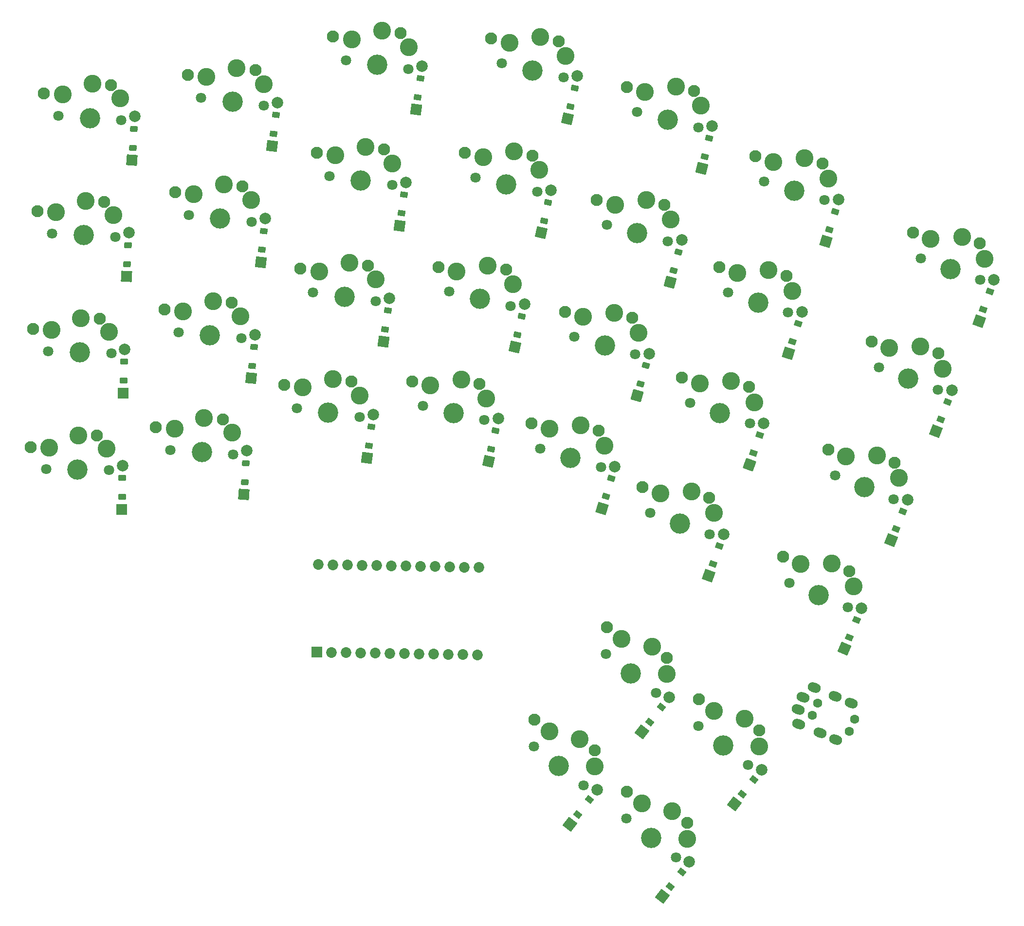
<source format=gts>
%TF.GenerationSoftware,KiCad,Pcbnew,7.0.7+dfsg-1*%
%TF.CreationDate,2024-02-08T22:24:17-07:00*%
%TF.ProjectId,Keyboard,4b657962-6f61-4726-942e-6b696361645f,v1.0.0*%
%TF.SameCoordinates,Original*%
%TF.FileFunction,Soldermask,Top*%
%TF.FilePolarity,Negative*%
%FSLAX46Y46*%
G04 Gerber Fmt 4.6, Leading zero omitted, Abs format (unit mm)*
G04 Created by KiCad (PCBNEW 7.0.7+dfsg-1) date 2024-02-08 22:24:17*
%MOMM*%
%LPD*%
G01*
G04 APERTURE LIST*
G04 Aperture macros list*
%AMRoundRect*
0 Rectangle with rounded corners*
0 $1 Rounding radius*
0 $2 $3 $4 $5 $6 $7 $8 $9 X,Y pos of 4 corners*
0 Add a 4 corners polygon primitive as box body*
4,1,4,$2,$3,$4,$5,$6,$7,$8,$9,$2,$3,0*
0 Add four circle primitives for the rounded corners*
1,1,$1+$1,$2,$3*
1,1,$1+$1,$4,$5*
1,1,$1+$1,$6,$7*
1,1,$1+$1,$8,$9*
0 Add four rect primitives between the rounded corners*
20,1,$1+$1,$2,$3,$4,$5,0*
20,1,$1+$1,$4,$5,$6,$7,0*
20,1,$1+$1,$6,$7,$8,$9,0*
20,1,$1+$1,$8,$9,$2,$3,0*%
%AMHorizOval*
0 Thick line with rounded ends*
0 $1 width*
0 $2 $3 position (X,Y) of the first rounded end (center of the circle)*
0 $4 $5 position (X,Y) of the second rounded end (center of the circle)*
0 Add line between two ends*
20,1,$1,$2,$3,$4,$5,0*
0 Add two circle primitives to create the rounded ends*
1,1,$1,$2,$3*
1,1,$1,$4,$5*%
G04 Aperture macros list end*
%ADD10RoundRect,0.050000X0.575627X-0.480785X0.622729X0.417982X-0.575627X0.480785X-0.622729X-0.417982X0*%
%ADD11RoundRect,0.050000X0.841255X-0.934308X0.934308X0.841255X-0.841255X0.934308X-0.934308X-0.841255X0*%
%ADD12C,2.005000*%
%ADD13C,1.600000*%
%ADD14HorizOval,1.700000X-0.276151X0.117219X0.276151X-0.117219X0*%
%ADD15RoundRect,0.050000X0.567148X-0.490758X0.629929X0.407050X-0.567148X0.490758X-0.629929X-0.407050X0*%
%ADD16RoundRect,0.050000X0.824821X-0.948848X0.948848X0.824821X-0.824821X0.948848X-0.948848X-0.824821X0*%
%ADD17C,3.529000*%
%ADD18C,1.801800*%
%ADD19C,3.100000*%
%ADD20C,2.100000*%
%ADD21RoundRect,0.050000X0.592055X-0.460403X0.607762X0.439460X-0.592055X0.460403X-0.607762X-0.439460X0*%
%ADD22RoundRect,0.050000X0.873349X-0.904380X0.904380X0.873349X-0.873349X0.904380X-0.904380X-0.873349X0*%
%ADD23RoundRect,0.050000X0.583930X-0.470666X0.615339X0.428786X-0.583930X0.470666X-0.615339X-0.428786X0*%
%ADD24RoundRect,0.050000X0.857433X-0.919484X0.919484X0.857433X-0.857433X0.919484X-0.919484X-0.857433X0*%
%ADD25RoundRect,0.050000X0.558497X-0.500581X0.636937X0.395994X-0.558497X0.500581X-0.636937X-0.395994X0*%
%ADD26RoundRect,0.050000X0.808136X-0.963099X0.963099X0.808136X-0.808136X0.963099X-0.963099X-0.808136X0*%
%ADD27RoundRect,0.050000X0.549675X-0.510252X0.643751X0.384818X-0.549675X0.510252X-0.643751X-0.384818X0*%
%ADD28RoundRect,0.050000X0.791204X-0.977056X0.977056X0.791204X-0.791204X0.977056X-0.977056X-0.791204X0*%
%ADD29RoundRect,0.050000X0.540686X-0.519767X0.650369X0.373524X-0.540686X0.519767X-0.650369X-0.373524X0*%
%ADD30RoundRect,0.050000X0.774032X-0.990715X0.990715X0.774032X-0.774032X0.990715X-0.990715X-0.774032X0*%
%ADD31RoundRect,0.050000X0.531533X-0.529124X0.656789X0.362117X-0.531533X0.529124X-0.656789X-0.362117X0*%
%ADD32RoundRect,0.050000X0.756623X-1.004073X1.004073X0.756623X-0.756623X1.004073X-1.004073X-0.756623X0*%
%ADD33RoundRect,0.050000X0.483394X-0.573437X0.685850X0.303496X-0.483394X0.573437X-0.685850X-0.303496X0*%
%ADD34RoundRect,0.050000X0.666234X-1.066196X1.066196X0.666234X-0.666234X1.066196X-1.066196X-0.666234X0*%
%ADD35RoundRect,0.050000X0.442216X-0.605760X0.705350X0.254914X-0.442216X0.605760X-0.705350X-0.254914X0*%
%ADD36RoundRect,0.050000X0.590236X-1.110073X1.110073X0.590236X-0.590236X1.110073X-1.110073X-0.590236X0*%
%ADD37RoundRect,0.050000X0.452720X-0.597950X0.700794X0.267185X-0.452720X0.597950X-0.700794X-0.267185X0*%
%ADD38RoundRect,0.050000X0.609520X-1.099603X1.099603X0.609520X-0.609520X1.099603X-1.099603X-0.609520X0*%
%ADD39RoundRect,0.050000X0.463087X-0.589958X0.696024X0.279375X-0.463087X0.589958X-0.696024X-0.279375X0*%
%ADD40RoundRect,0.050000X0.628618X-1.088798X1.088798X0.628618X-0.628618X1.088798X-1.088798X-0.628618X0*%
%ADD41RoundRect,0.050000X0.473313X-0.581786X0.691042X0.291480X-0.473313X0.581786X-0.691042X-0.291480X0*%
%ADD42RoundRect,0.050000X0.647524X-1.077661X1.077661X0.647524X-0.647524X1.077661X-1.077661X-0.647524X0*%
%ADD43RoundRect,0.050000X0.409907X-0.628074X0.717725X0.217650X-0.409907X0.628074X-0.717725X-0.217650X0*%
%ADD44RoundRect,0.050000X0.531331X-1.139443X1.139443X0.531331X-0.531331X1.139443X-1.139443X-0.531331X0*%
%ADD45RoundRect,0.050000X0.420805X-0.620824X0.713817X0.230142X-0.420805X0.620824X-0.713817X-0.230142X0*%
%ADD46RoundRect,0.050000X0.551136X-1.129996X1.129996X0.551136X-0.551136X1.129996X-1.129996X-0.551136X0*%
%ADD47RoundRect,0.050000X0.431576X-0.613386X0.709692X0.242565X-0.431576X0.613386X-0.709692X-0.242565X0*%
%ADD48RoundRect,0.050000X0.570773X-1.120205X1.120205X0.570773X-0.570773X1.120205X-1.120205X-0.570773X0*%
%ADD49RoundRect,0.050000X0.376474X-0.648666X0.728132X0.179789X-0.376474X0.648666X-0.728132X-0.179789X0*%
%ADD50RoundRect,0.050000X0.470969X-1.165689X1.165689X0.470969X-0.470969X1.165689X-1.165689X-0.470969X0*%
%ADD51RoundRect,0.050000X0.387737X-0.641997X0.724883X0.192469X-0.387737X0.641997X-0.724883X-0.192469X0*%
%ADD52RoundRect,0.050000X0.491241X-1.157292X1.157292X0.491241X-0.491241X1.157292X-1.157292X-0.491241X0*%
%ADD53RoundRect,0.050000X0.398883X-0.635132X0.721414X0.205090X-0.398883X0.635132X-0.721414X-0.205090X0*%
%ADD54RoundRect,0.050000X0.511364X-1.148542X1.148542X0.511364X-0.511364X1.148542X-1.148542X-0.511364X0*%
%ADD55RoundRect,0.050000X0.195759X-0.724002X0.749854X-0.014792X-0.195759X0.724002X-0.749854X0.014792X0*%
%ADD56RoundRect,0.050000X0.153219X-1.247865X1.247865X0.153219X-0.153219X1.247865X-1.247865X-0.153219X0*%
%ADD57C,1.852600*%
%ADD58RoundRect,0.050000X-0.891460X-0.860873X0.860873X-0.891460X0.891460X0.860873X-0.860873X0.891460X0*%
G04 APERTURE END LIST*
D10*
%TO.C,D3*%
X138300361Y-84637698D03*
X138473069Y-81342220D03*
D11*
X138187315Y-86794738D03*
D12*
X138586115Y-79185180D03*
%TD*%
D13*
%TO.C,TRRS1*%
X258401050Y-161054305D03*
X264844584Y-163789423D03*
X257502368Y-163171466D03*
X263945902Y-165906584D03*
D14*
X255915687Y-159999331D03*
X255130879Y-164663458D03*
X258812898Y-166226382D03*
X261574413Y-167398576D03*
X255017005Y-162116492D03*
X257826924Y-158311974D03*
X261508943Y-159874899D03*
X264270458Y-161047092D03*
%TD*%
D15*
%TO.C,D4*%
X139278699Y-64396581D03*
X139508895Y-61104619D03*
D16*
X139128025Y-66551319D03*
D12*
X139659569Y-58949881D03*
%TD*%
D17*
%TO.C,S1*%
X129686434Y-120370316D03*
D18*
X135185596Y-120466304D03*
X124187272Y-120274328D03*
D19*
X134751119Y-116708149D03*
X129790276Y-114421222D03*
X124752642Y-116533625D03*
X129790276Y-114421222D03*
D20*
X133064777Y-114478379D03*
X121478141Y-116476468D03*
%TD*%
D17*
%TO.C,S2*%
X130042463Y-99973423D03*
D18*
X135539113Y-100165370D03*
X124545813Y-99781476D03*
D19*
X135170290Y-96400205D03*
X130250115Y-94027048D03*
X125176382Y-96051210D03*
X130250115Y-94027048D03*
D20*
X133523120Y-94141343D03*
X121903377Y-95936914D03*
%TD*%
D17*
%TO.C,S3*%
X130754413Y-79585850D03*
D18*
X136246875Y-79873698D03*
X125261951Y-79298002D03*
D19*
X135943821Y-76102669D03*
X131065812Y-73644004D03*
X125957525Y-75579309D03*
X131065812Y-73644004D03*
D20*
X134336324Y-73815405D03*
X122687013Y-75407909D03*
%TD*%
D17*
%TO.C,S4*%
X131822066Y-59213808D03*
D18*
X137308668Y-59597469D03*
X126335464Y-58830147D03*
D19*
X137071473Y-55821725D03*
X132237117Y-53278302D03*
X127095833Y-55124160D03*
X132237117Y-53278302D03*
D20*
X135504139Y-53506754D03*
X123828810Y-54895708D03*
%TD*%
D17*
%TO.C,S5*%
X151286434Y-117370316D03*
D18*
X156773036Y-117753977D03*
X145799832Y-116986655D03*
D19*
X156535841Y-113978233D03*
X151701485Y-111434810D03*
X146560201Y-113280668D03*
X151701485Y-111434810D03*
D20*
X154968507Y-111663262D03*
X143293178Y-113052216D03*
%TD*%
D17*
%TO.C,S6*%
X152709466Y-97020009D03*
D18*
X158188537Y-97499366D03*
X147230395Y-96540652D03*
D19*
X158017274Y-93720058D03*
X153228043Y-91092651D03*
X148055327Y-92848500D03*
X153228043Y-91092651D03*
D20*
X156490580Y-91378086D03*
X144792789Y-92563065D03*
%TD*%
D17*
%TO.C,S7*%
X154487443Y-76697638D03*
D18*
X159957313Y-77272545D03*
X149017573Y-76122731D03*
D19*
X159852034Y-73490823D03*
X155109387Y-70780233D03*
X149906815Y-72445539D03*
X155109387Y-70780233D03*
D20*
X158366447Y-71122563D03*
X146649756Y-72103208D03*
%TD*%
D17*
%TO.C,S8*%
X156619824Y-56409391D03*
D18*
X162078828Y-57079672D03*
X151160820Y-55739110D03*
D19*
X162039565Y-53296690D03*
X157344947Y-50503741D03*
X152114103Y-52077996D03*
X157344947Y-50503741D03*
D20*
X160595535Y-50902863D03*
X148863515Y-51678874D03*
%TD*%
D17*
%TO.C,S9*%
X173275520Y-110511736D03*
D18*
X178721994Y-111277188D03*
X167829046Y-109746284D03*
D19*
X178748759Y-107494096D03*
X174103600Y-104619641D03*
X168846079Y-106102365D03*
X174103600Y-104619641D03*
D20*
X177346728Y-105075433D03*
X165602951Y-105646573D03*
%TD*%
D17*
%TO.C,S10*%
X176114651Y-90310268D03*
D18*
X181561125Y-91075720D03*
X170668177Y-89544816D03*
D19*
X181587890Y-87292628D03*
X176942731Y-84418173D03*
X171685210Y-85900897D03*
X176942731Y-84418173D03*
D20*
X180185859Y-84873965D03*
X168442082Y-85445105D03*
%TD*%
%TO.C,S11*%
X171281213Y-65243636D03*
X183024990Y-64672496D03*
D19*
X179781862Y-64216704D03*
X174524341Y-65699428D03*
X179781862Y-64216704D03*
X184427021Y-67091159D03*
D18*
X173507308Y-69343347D03*
X184400256Y-70874251D03*
D17*
X178953782Y-70108799D03*
%TD*%
%TO.C,S12*%
X181792914Y-49907331D03*
D18*
X187239388Y-50672783D03*
X176346440Y-49141879D03*
D19*
X187266153Y-46889691D03*
X182620994Y-44015236D03*
X177363473Y-45497960D03*
X182620994Y-44015236D03*
D20*
X185864122Y-44471028D03*
X174120345Y-45042168D03*
%TD*%
D17*
%TO.C,S13*%
X195082829Y-110547071D03*
D18*
X200441864Y-111784302D03*
X189723794Y-109309840D03*
D19*
X200798246Y-108017939D03*
X196421288Y-104749569D03*
X191054545Y-105768428D03*
X196421288Y-104749569D03*
D20*
X199612350Y-105486284D03*
X187863483Y-105031713D03*
%TD*%
D17*
%TO.C,S14*%
X199671831Y-90669922D03*
D18*
X205030866Y-91907153D03*
X194312796Y-89432691D03*
D19*
X205387248Y-88140790D03*
X201010290Y-84872420D03*
X195643547Y-85891279D03*
X201010290Y-84872420D03*
D20*
X204201352Y-85609135D03*
X192452485Y-85154564D03*
%TD*%
D17*
%TO.C,S15*%
X204260832Y-70792772D03*
D18*
X209619867Y-72030003D03*
X198901797Y-69555541D03*
D19*
X209976249Y-68263640D03*
X205599291Y-64995270D03*
X200232548Y-66014129D03*
X205599291Y-64995270D03*
D20*
X208790353Y-65731985D03*
X197041486Y-65277414D03*
%TD*%
D17*
%TO.C,S16*%
X208849834Y-50915623D03*
D18*
X214208869Y-52152854D03*
X203490799Y-49678392D03*
D19*
X214565251Y-48386491D03*
X210188293Y-45118121D03*
X204821550Y-46136980D03*
X210188293Y-45118121D03*
D20*
X213379355Y-45854836D03*
X201630488Y-45400265D03*
%TD*%
D17*
%TO.C,S17*%
X215454369Y-118329124D03*
D18*
X220714045Y-119937168D03*
X210194693Y-116721080D03*
D19*
X221332287Y-116204840D03*
X217193981Y-112639111D03*
X211769239Y-113281123D03*
X217193981Y-112639111D03*
D20*
X220325879Y-113596628D03*
X208637341Y-112323605D03*
%TD*%
D17*
%TO.C,S18*%
X221418752Y-98820507D03*
D18*
X226705691Y-100336512D03*
X216131813Y-97304502D03*
D19*
X227258701Y-96593962D03*
X223058794Y-93101000D03*
X217646084Y-93837589D03*
X223058794Y-93101000D03*
D20*
X226206926Y-94003712D03*
X214497952Y-92934877D03*
%TD*%
D17*
%TO.C,S19*%
X227041754Y-79210769D03*
D18*
X232354346Y-80634274D03*
X221729162Y-77787264D03*
D19*
X232841955Y-76882642D03*
X228581727Y-73463510D03*
X223182696Y-74294452D03*
X228581727Y-73463510D03*
D20*
X231745134Y-74311143D03*
X220019289Y-73446820D03*
%TD*%
D17*
%TO.C,S20*%
X232321663Y-59505882D03*
D18*
X237658289Y-60836452D03*
X226985037Y-58175312D03*
D19*
X238080349Y-57076883D03*
X233761098Y-53732622D03*
X228377391Y-54657664D03*
X233761098Y-53732622D03*
D20*
X236938817Y-54524917D03*
X225199673Y-53865369D03*
%TD*%
D17*
%TO.C,S21*%
X234452105Y-129759174D03*
D18*
X239620414Y-131640285D03*
X229283796Y-127878063D03*
D19*
X240433144Y-127945427D03*
X236487125Y-124168003D03*
X231036217Y-124525226D03*
X236487125Y-124168003D03*
D20*
X239564618Y-125288119D03*
X227958724Y-123405110D03*
%TD*%
D17*
%TO.C,S22*%
X241429316Y-110589444D03*
D18*
X246629668Y-112380069D03*
X236228964Y-108798819D03*
D19*
X247377789Y-108671590D03*
X243366447Y-104963608D03*
X237922604Y-105415909D03*
X243366447Y-104963608D03*
D20*
X246463020Y-106029844D03*
X234826030Y-104349673D03*
%TD*%
D17*
%TO.C,S23*%
X248070907Y-91300865D03*
D18*
X253301718Y-93000458D03*
X242840096Y-89601272D03*
D19*
X253985003Y-89279488D03*
X249909558Y-85642079D03*
X244474438Y-86189318D03*
X249909558Y-85642079D03*
D20*
X253024268Y-86654109D03*
X241359728Y-85177287D03*
%TD*%
D17*
%TO.C,S24*%
X254374853Y-71899313D03*
D18*
X259634529Y-73507357D03*
X249115177Y-70291269D03*
D19*
X260252771Y-69775029D03*
X256114465Y-66209300D03*
X250689723Y-66851312D03*
X256114465Y-66209300D03*
D20*
X259246363Y-67166817D03*
X247557825Y-65893794D03*
%TD*%
D17*
%TO.C,S25*%
X258583673Y-142235850D03*
D18*
X263646450Y-144384871D03*
X253520896Y-140086829D03*
D19*
X264651439Y-140737612D03*
X260908523Y-136758846D03*
X255446390Y-136830301D03*
X260908523Y-136758846D03*
D20*
X263923177Y-138038491D03*
X252431737Y-135550657D03*
%TD*%
D17*
%TO.C,S26*%
X266554588Y-123457551D03*
D18*
X271654099Y-125517887D03*
X261455077Y-121397215D03*
D19*
X272595282Y-121853645D03*
X268783497Y-117940807D03*
X263323443Y-118107579D03*
X268783497Y-117940807D03*
D20*
X271820024Y-119167644D03*
X260286916Y-116880742D03*
%TD*%
D17*
%TO.C,S27*%
X274196562Y-104543000D03*
D18*
X279331254Y-106514024D03*
X269061870Y-102571976D03*
D19*
X280208344Y-102833913D03*
X276328851Y-98988196D03*
X270872540Y-99250234D03*
X276328851Y-98988196D03*
D20*
X279386327Y-100161851D03*
X267815064Y-98076579D03*
%TD*%
D17*
%TO.C,S28*%
X281507269Y-85497959D03*
D18*
X286675578Y-87379070D03*
X276338960Y-83616848D03*
D19*
X287488308Y-83684212D03*
X283542289Y-79906788D03*
X278091381Y-80264011D03*
X283542289Y-79906788D03*
D20*
X286619782Y-81026904D03*
X275013888Y-79143895D03*
%TD*%
%TO.C,S29*%
X209173568Y-163886995D03*
X219629547Y-169264261D03*
D19*
X217048812Y-167247970D03*
X211754303Y-165903286D03*
X217048812Y-167247970D03*
X219634410Y-172059901D03*
D18*
X209051567Y-168550496D03*
X217719685Y-175322772D03*
D17*
X213385626Y-171936634D03*
%TD*%
D20*
%TO.C,S30*%
X221733062Y-147811576D03*
X232189041Y-153188842D03*
D19*
X229608306Y-151172551D03*
X224313797Y-149827867D03*
X229608306Y-151172551D03*
X232193904Y-155984482D03*
D18*
X221611061Y-152475077D03*
X230279179Y-159247353D03*
D17*
X225945120Y-155861215D03*
%TD*%
D20*
%TO.C,S31*%
X225248988Y-176446489D03*
X235704967Y-181823755D03*
D19*
X233124232Y-179807464D03*
X227829723Y-178462780D03*
X233124232Y-179807464D03*
X235709830Y-184619395D03*
D18*
X225126987Y-181109990D03*
X233795105Y-187882266D03*
D17*
X229461046Y-184496128D03*
%TD*%
D20*
%TO.C,S32*%
X237808482Y-160371070D03*
X248264461Y-165748336D03*
D19*
X245683726Y-163732045D03*
X240389217Y-162387361D03*
X245683726Y-163732045D03*
X248269324Y-168543976D03*
D18*
X237686481Y-165034571D03*
X246354599Y-171806847D03*
D17*
X242020540Y-168420709D03*
%TD*%
D21*
%TO.C,D1*%
X137404093Y-125155737D03*
X137461685Y-121856239D03*
D22*
X137366395Y-127315408D03*
D12*
X137499383Y-119696568D03*
%TD*%
D23*
%TO.C,D2*%
X137675429Y-104892807D03*
X137790597Y-101594817D03*
D24*
X137600046Y-107051491D03*
D12*
X137865980Y-99436133D03*
%TD*%
D15*
%TO.C,D5*%
X158743066Y-122553090D03*
X158973262Y-119261128D03*
D16*
X158592392Y-124707828D03*
D12*
X159123936Y-117106390D03*
%TD*%
D25*
%TO.C,D6*%
X160074511Y-102332129D03*
X160362125Y-99044687D03*
D26*
X159886255Y-104483910D03*
D12*
X160550381Y-96892906D03*
%TD*%
D27*
%TO.C,D7*%
X161758657Y-82137486D03*
X162103601Y-78855564D03*
D28*
X161532876Y-84285653D03*
D12*
X162329382Y-76707397D03*
%TD*%
D29*
%TO.C,D8*%
X163794992Y-61975311D03*
X164197160Y-58699909D03*
D30*
X163531754Y-64119211D03*
D12*
X164460398Y-56556009D03*
%TD*%
D31*
%TO.C,D9*%
X180352455Y-116202033D03*
X180811727Y-112934149D03*
D32*
X180051841Y-118341012D03*
D12*
X181112341Y-110795170D03*
%TD*%
D31*
%TO.C,D10*%
X183191587Y-96000564D03*
X183650859Y-92732680D03*
D32*
X182890973Y-98139543D03*
D12*
X183951473Y-90593701D03*
%TD*%
D31*
%TO.C,D11*%
X186030718Y-75799096D03*
X186489990Y-72531212D03*
D32*
X185730104Y-77938075D03*
D12*
X186790604Y-70392233D03*
%TD*%
D31*
%TO.C,D12*%
X188869849Y-55597627D03*
X189329121Y-52329743D03*
D32*
X188569235Y-57736606D03*
D12*
X189629735Y-50190764D03*
%TD*%
D33*
%TO.C,D13*%
X201636894Y-116832511D03*
X202379232Y-113617089D03*
D34*
X201150999Y-118937150D03*
D12*
X202865127Y-111512450D03*
%TD*%
D33*
%TO.C,D14*%
X206225895Y-96955361D03*
X206968233Y-93739939D03*
D34*
X205740000Y-99060000D03*
D12*
X207454128Y-91635300D03*
%TD*%
D33*
%TO.C,D15*%
X210814896Y-77078212D03*
X211557234Y-73862790D03*
D34*
X210329001Y-79182851D03*
D12*
X212043129Y-71758151D03*
%TD*%
D33*
%TO.C,D16*%
X215403898Y-57201063D03*
X216146236Y-53985641D03*
D34*
X214918003Y-59305702D03*
D12*
X216632131Y-51881002D03*
%TD*%
D35*
%TO.C,D17*%
X221554018Y-125056441D03*
X222518844Y-121900635D03*
D36*
X220922495Y-127122059D03*
D12*
X223150367Y-119835017D03*
%TD*%
D37*
%TO.C,D18*%
X227634879Y-105440346D03*
X228544483Y-102268182D03*
D38*
X227039503Y-107516671D03*
D12*
X229139859Y-100191857D03*
%TD*%
D39*
%TO.C,D19*%
X233372468Y-85721113D03*
X234226570Y-82533557D03*
D40*
X232813418Y-87807512D03*
D12*
X234785620Y-80447158D03*
%TD*%
D41*
%TO.C,D20*%
X238765033Y-65904748D03*
X239563375Y-62702772D03*
D42*
X238242482Y-68000587D03*
D12*
X240085926Y-60606933D03*
%TD*%
D43*
%TO.C,D21*%
X240191314Y-136796502D03*
X241319980Y-133695516D03*
D44*
X239452550Y-138826238D03*
D12*
X242058744Y-131665780D03*
%TD*%
D45*
%TO.C,D22*%
X247290470Y-117525538D03*
X248364844Y-114405326D03*
D46*
X246587242Y-119567858D03*
D12*
X249068072Y-112363006D03*
%TD*%
D47*
%TO.C,D23*%
X254052218Y-98133611D03*
X255071974Y-94995125D03*
D48*
X253384741Y-100187893D03*
D12*
X255739451Y-92940843D03*
%TD*%
D35*
%TO.C,D24*%
X260474502Y-78626629D03*
X261439328Y-75470823D03*
D36*
X259842979Y-80692247D03*
D12*
X262070851Y-73405205D03*
%TD*%
D49*
%TO.C,D25*%
X263946711Y-149563900D03*
X265236123Y-146526234D03*
D50*
X263102731Y-151552190D03*
D12*
X266080103Y-144537944D03*
%TD*%
D51*
%TO.C,D26*%
X272044701Y-130690887D03*
X273280903Y-127631181D03*
D52*
X271235551Y-132693604D03*
D12*
X274090053Y-125628464D03*
%TD*%
D53*
%TO.C,D27*%
X279812079Y-111679419D03*
X280994693Y-108598603D03*
D54*
X279038004Y-113695952D03*
D12*
X281768768Y-106582070D03*
%TD*%
D43*
%TO.C,D28*%
X287246477Y-92535287D03*
X288375143Y-89434301D03*
D44*
X286507713Y-94565023D03*
D12*
X289113907Y-87404565D03*
%TD*%
D55*
%TO.C,D29*%
X216669285Y-180403044D03*
X218700967Y-177802608D03*
D56*
X215339456Y-182105147D03*
D12*
X220030796Y-176100505D03*
%TD*%
D55*
%TO.C,D30*%
X229228779Y-164327625D03*
X231260461Y-161727189D03*
D56*
X227898950Y-166029728D03*
D12*
X232590290Y-160025086D03*
%TD*%
D55*
%TO.C,D31*%
X232744704Y-192962538D03*
X234776386Y-190362102D03*
D56*
X231414875Y-194664641D03*
D12*
X236106215Y-188659999D03*
%TD*%
D55*
%TO.C,D32*%
X245304198Y-176887119D03*
X247335880Y-174286683D03*
D56*
X243974369Y-178589222D03*
D12*
X248665709Y-172584580D03*
%TD*%
D57*
%TO.C,MCU1*%
X199520860Y-137404971D03*
X196981246Y-137360642D03*
X194441633Y-137316312D03*
X191902020Y-137271983D03*
X189362407Y-137227654D03*
X186822794Y-137183325D03*
X184283181Y-137138996D03*
X181743568Y-137094667D03*
X179203954Y-137050338D03*
X176664341Y-137006009D03*
X174124728Y-136961680D03*
X171585115Y-136917350D03*
X199254885Y-152642650D03*
X196715272Y-152598320D03*
X194175659Y-152553991D03*
X191636046Y-152509662D03*
X189096432Y-152465333D03*
X186556819Y-152421004D03*
X184017206Y-152376675D03*
X181477593Y-152332346D03*
X178937980Y-152288017D03*
X176398367Y-152243688D03*
X173858754Y-152199358D03*
D58*
X171319140Y-152155029D03*
%TD*%
M02*

</source>
